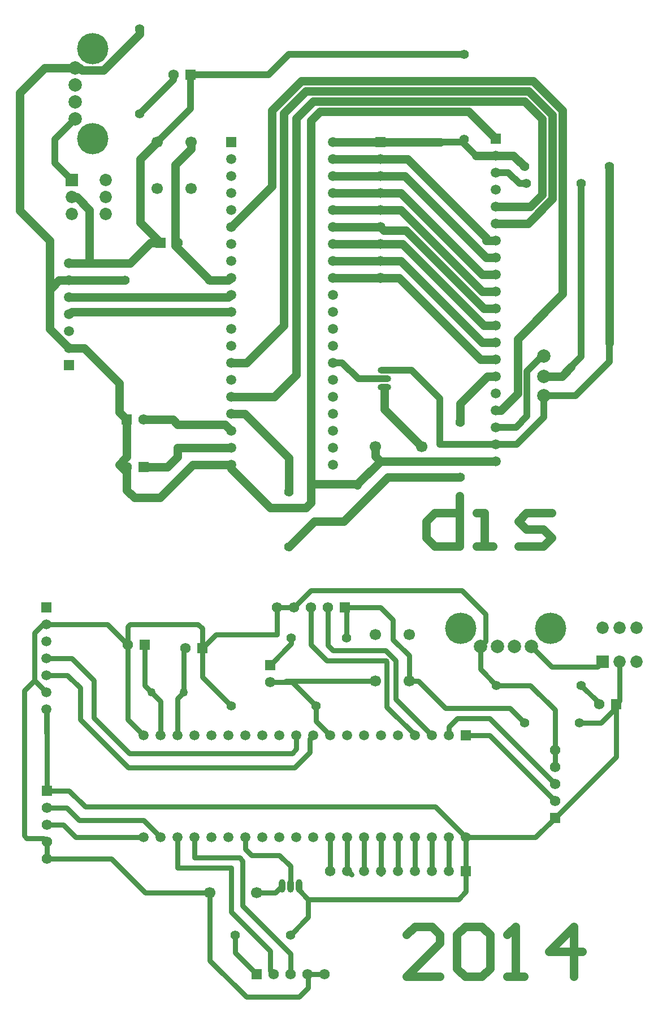
<source format=gbl>
%FSLAX44Y44*%
%MOMM*%
G71*
G01*
G75*
%ADD10C,1.2700*%
%ADD11C,1.0160*%
%ADD12C,0.7620*%
%ADD13C,1.2540*%
%ADD14C,1.4000*%
%ADD15R,1.5000X1.5000*%
%ADD16C,1.5000*%
%ADD17C,1.2700*%
%ADD18C,4.6748*%
%ADD19C,2.0000*%
%ADD20C,1.8500*%
%ADD21R,1.8500X1.8500*%
%ADD22O,2.0000X1.0000*%
%ADD23O,2.0000X1.0000*%
%ADD24C,1.7000*%
%ADD25R,1.5748X1.5748*%
%ADD26C,1.5748*%
%ADD27O,1.0000X2.0000*%
%ADD28O,1.0000X2.0000*%
D10*
X1404620Y1610360D02*
Y1865630D01*
Y1601507D02*
Y1610360D01*
X1267460Y1526540D02*
Y1607820D01*
X1242060Y1501140D02*
X1267460Y1526540D01*
Y1607820D02*
X1334770Y1675130D01*
X1234440Y1501140D02*
X1242060D01*
X1261110Y1882140D02*
X1277620Y1865630D01*
X1234440Y1882140D02*
X1261110D01*
X838200Y1775460D02*
X899160Y1836420D01*
Y1949450D01*
X943610Y1993900D01*
X1290283D01*
X1334770Y1949413D01*
Y1675130D02*
Y1949413D01*
X599440Y1819910D02*
X607060D01*
X626110Y1800860D01*
Y1720850D02*
Y1800860D01*
Y1720850D02*
X687070D01*
X595630D02*
X626110D01*
X595630Y1695450D02*
X679450D01*
X580390D02*
X595630D01*
X558800Y2012950D02*
X604520D01*
X521970Y1976120D02*
X558800Y2012950D01*
X521970Y1799590D02*
Y1976120D01*
Y1799590D02*
X566420Y1755140D01*
Y1681480D02*
Y1755140D01*
X647094Y2009896D02*
X701040Y2063842D01*
Y2071370D01*
X614772Y2009896D02*
X647094D01*
X611718Y2012950D02*
X614772Y2009896D01*
X604520Y2012950D02*
X611718D01*
X1205230Y1882140D02*
X1234440D01*
Y1780540D02*
X1282700D01*
X1319530Y1817370D01*
Y1943100D01*
X1283970Y1978660D02*
X1319530Y1943100D01*
X949923Y1978660D02*
X1283970D01*
X916940Y1945677D02*
X949923Y1978660D01*
X916940Y1628140D02*
Y1945677D01*
X861060Y1572260D02*
X916940Y1628140D01*
X838200Y1572260D02*
X861060D01*
X1193800Y1948180D02*
X1234440Y1907540D01*
X971550Y1948180D02*
X1193800D01*
X957580Y1934210D02*
X971550Y1948180D01*
X957580Y1390650D02*
Y1934210D01*
X1234440Y1805940D02*
X1286547D01*
X1304290Y1823683D01*
Y1936787D01*
X1277657Y1963420D02*
X1304290Y1936787D01*
X961390Y1963420D02*
X1277657D01*
X935990Y1938020D02*
X961390Y1963420D01*
X935990Y1554480D02*
Y1938020D01*
X902970Y1521460D02*
X935990Y1554480D01*
X838200Y1521460D02*
X902970D01*
X1220470Y1755140D02*
X1234440D01*
X1220470D02*
Y1758950D01*
X1102360Y1877060D02*
X1220470Y1758950D01*
X1061720Y1877060D02*
X1102360D01*
X1061720Y1851660D02*
X1098550D01*
X1220470Y1729740D01*
X1234440D01*
X1061720Y1826260D02*
X1092200D01*
X1214120Y1704340D01*
X1234440D01*
X1214120Y1678940D02*
X1234440D01*
X1214120D02*
X1220470D01*
X1092200Y1800860D02*
X1214120Y1678940D01*
X1061720Y1800860D02*
X1092200D01*
X1061720Y1775460D02*
X1066800Y1770380D01*
X1099820D01*
X1216660Y1653540D01*
X1234440D01*
X1216660Y1628140D02*
X1234440D01*
X1216660D02*
X1220470D01*
X1094740Y1750060D02*
X1216660Y1628140D01*
X1061720Y1750060D02*
X1094740D01*
X1061720Y1724660D02*
X1092200D01*
X1214120Y1602740D01*
X1234440D01*
X1211580Y1577340D02*
X1234440D01*
X1211580D02*
X1220470D01*
X1089660Y1699260D02*
X1211580Y1577340D01*
X1061720Y1699260D02*
X1089660D01*
X1068070Y1502410D02*
Y1534160D01*
Y1502410D02*
X1123950Y1446530D01*
X1027430Y1390650D02*
X1061720Y1424940D01*
X1054100Y1432560D02*
Y1446530D01*
Y1432560D02*
X1061720Y1424940D01*
X1234440D01*
X1306830Y1551940D02*
X1333500D01*
X1347470Y1565910D01*
X1061720Y1902460D02*
X1151890D01*
X702310Y1781810D02*
Y1877060D01*
X754380Y1747520D02*
Y1868170D01*
Y1747520D02*
X806450Y1695450D01*
X754380Y1868170D02*
X778510Y1892300D01*
Y1902460D01*
X702310Y1781810D02*
X732790Y1751330D01*
X702310Y1877060D02*
X727710Y1902460D01*
X731520Y1370330D02*
X781050Y1419860D01*
X681990Y1381760D02*
Y1416050D01*
X670560Y1419860D02*
X681990Y1431290D01*
X670560Y1419860D02*
X678180Y1412240D01*
X693420Y1370330D02*
X731520D01*
X681990Y1381760D02*
X693420Y1370330D01*
X758190Y1431290D02*
Y1445260D01*
X717550Y1751330D02*
X732790D01*
X834390Y1695450D02*
X838200Y1699260D01*
X806450Y1695450D02*
X834390D01*
X595630Y1644650D02*
X599440Y1648460D01*
X838200D01*
X834390Y1670050D02*
X838200Y1673860D01*
X595630Y1670050D02*
X834390D01*
X754380Y1747520D02*
X758190Y1751330D01*
X670560Y1498600D02*
X681990Y1487170D01*
X990600Y1699260D02*
X1061720D01*
X990600Y1724660D02*
X1061720D01*
X990600Y1750060D02*
X1061720D01*
X990600Y1775460D02*
X1061720D01*
X990600Y1800860D02*
X1061720D01*
X990600Y1826260D02*
X1061720D01*
X990600Y1851660D02*
X1061720D01*
X990600Y1877060D02*
X1061720D01*
X990600Y1902460D02*
X1061720D01*
X687070Y1720850D02*
X717550Y1751330D01*
X566420Y1623060D02*
X595630Y1593850D01*
X566420Y1623060D02*
Y1681480D01*
X580390Y1695450D01*
X595630Y1593850D02*
X618490D01*
X670560Y1541780D01*
Y1498600D02*
Y1541780D01*
X681990Y1431290D02*
Y1487170D01*
X781050Y1419860D02*
X838200D01*
X742950Y1416050D02*
X758190Y1431290D01*
X707390Y1416050D02*
X742950D01*
X758190Y1445260D02*
X838200D01*
X828770Y1480090D02*
X838200Y1470660D01*
X758190Y1480090D02*
X828770D01*
X751110Y1487170D02*
X758190Y1480090D01*
X707390Y1487170D02*
X751110D01*
X1027430Y1389380D02*
Y1390650D01*
X957580D02*
X1026160D01*
X1027430Y1389380D01*
X957580Y1362710D02*
Y1390650D01*
X949960Y1355090D02*
X957580Y1362710D01*
X896620Y1355090D02*
X949960D01*
X838200Y1413510D02*
X896620Y1355090D01*
X838200Y1413510D02*
Y1419860D01*
X1073150Y1400810D02*
X1181100D01*
X1007110Y1334770D02*
X1073150Y1400810D01*
X962660Y1334770D02*
X1007110D01*
X924560Y1296670D02*
X962660Y1334770D01*
X924560Y1379220D02*
Y1430020D01*
X858520Y1496060D02*
X924560Y1430020D01*
X838200Y1496060D02*
X858520D01*
X1181100Y1483360D02*
Y1511300D01*
X1221740Y1551940D01*
X1234440D01*
D11*
X1404620Y1573530D02*
Y1610360D01*
X1353820Y1522730D02*
X1404620Y1573530D01*
X1306830Y1522730D02*
X1353820D01*
X1281430Y1559560D02*
X1304290Y1582420D01*
X1281430Y1492250D02*
Y1559560D01*
X1304290Y1582420D02*
X1306830D01*
X1264920Y1475740D02*
X1281430Y1492250D01*
X1234440Y1475740D02*
X1264920D01*
X574040Y1870710D02*
X599440Y1845310D01*
X574040Y1870710D02*
Y1906270D01*
X604520Y1936750D01*
X701040Y1944370D02*
X751840Y1995170D01*
Y2002790D01*
X1187450Y1899920D02*
X1205230Y1882140D01*
X1187450Y1899920D02*
Y1906270D01*
X1151890Y1902460D02*
X1183640D01*
X924560Y2033270D02*
X1187450D01*
X894080Y2002790D02*
X924560Y2033270D01*
X777240Y2002790D02*
X894080D01*
X727710Y1902460D02*
X777240Y1951990D01*
Y2002790D01*
X1219200Y1450340D02*
X1234440D01*
X1219200D02*
X1220470D01*
X990600Y1572260D02*
X1004570D01*
X1028700Y1548130D01*
X1068070D01*
X1266190Y1450340D02*
X1306830Y1490980D01*
X1234440Y1450340D02*
X1266190D01*
X1306830Y1490980D02*
Y1522730D01*
X1253490Y1856740D02*
X1270000Y1840230D01*
X1280160D01*
X1234440Y1856740D02*
X1253490D01*
X1362710Y1581150D02*
Y1840230D01*
X1347470Y1565910D02*
X1362710Y1581150D01*
X1150620Y1450340D02*
X1219200D01*
X1150620D02*
Y1518920D01*
X1108710Y1560830D02*
X1150620Y1518920D01*
X1068070Y1560830D02*
X1108710D01*
D12*
X528320Y1082040D02*
X543560Y1097280D01*
X528320Y864870D02*
Y1082040D01*
Y864870D02*
X532130Y861060D01*
X557530D01*
X562610Y855980D01*
X679450Y908050D02*
X1144270D01*
X674370D02*
X679450D01*
X595630Y932180D02*
X619760Y908050D01*
X679450D01*
X562610Y932180D02*
X595630D01*
X561340Y1054100D02*
X562610Y1052830D01*
Y932180D02*
Y1052830D01*
X610870Y887730D02*
X707390D01*
X562610Y906780D02*
X591820D01*
X610870Y887730D01*
X707390D02*
X732790Y862330D01*
X562610Y881380D02*
X586740D01*
X605790Y862330D01*
X659130Y830580D02*
X709930Y779780D01*
X562610Y830580D02*
X659130D01*
X562610D02*
Y855980D01*
X844550Y689610D02*
X876300Y657860D01*
X844550Y689610D02*
Y716280D01*
X953770Y742950D02*
Y769620D01*
X927100Y716280D02*
X953770Y742950D01*
X806450Y678180D02*
X861060Y623570D01*
X806450Y678180D02*
Y779780D01*
X953770Y637540D02*
Y657860D01*
X939800Y623570D02*
X953770Y637540D01*
X861060Y623570D02*
X939800D01*
X1159510Y1055370D02*
X1256030D01*
X1118870Y1096010D02*
X1159510Y1055370D01*
X1104900Y1096010D02*
X1118870D01*
X1256030Y1055370D02*
X1277620Y1033780D01*
X1391920D02*
X1414780Y1056640D01*
Y1061720D01*
Y982980D02*
Y1056640D01*
X1360170Y1033780D02*
X1391920D01*
X1225550Y1014730D02*
X1323340Y916940D01*
X1189990Y1014730D02*
X1225550D01*
X1323340Y967740D02*
Y1052830D01*
X1286510Y1089660D02*
X1323340Y1052830D01*
X1235710Y1089660D02*
X1286510D01*
X1389380Y1061720D02*
Y1062990D01*
X1362710Y1089660D02*
X1389380Y1062990D01*
X1211580Y1113790D02*
Y1148080D01*
Y1113790D02*
X1235710Y1089660D01*
X1362710Y1088390D02*
Y1089660D01*
X1008380Y1206500D02*
X1010920Y1203960D01*
Y1160780D02*
Y1203960D01*
X896620Y1120140D02*
X928370Y1151890D01*
Y1160780D01*
X953770Y657860D02*
X977900D01*
X952500D02*
X953770D01*
X904240Y779780D02*
X914400Y789940D01*
X876300Y779780D02*
X904240D01*
X859790Y844550D02*
Y862330D01*
Y844550D02*
X868680Y835660D01*
X910590D01*
X927100Y819150D01*
Y789940D02*
Y819150D01*
X1189990Y781050D02*
Y811530D01*
X1178560Y769620D02*
X1189990Y781050D01*
X953770Y769620D02*
X1178560D01*
X939800Y783590D02*
X953770Y769620D01*
X939800Y783590D02*
Y789940D01*
X709930Y779780D02*
X806450D01*
X1144270Y908050D02*
X1189990Y862330D01*
X838200Y750570D02*
Y816610D01*
X758190D02*
X838200D01*
X758190D02*
Y862330D01*
X838200Y750570D02*
X896620Y692150D01*
Y662940D02*
X901700Y657860D01*
X896620Y662940D02*
Y692150D01*
X855240Y760200D02*
X927100Y688340D01*
X855240Y760200D02*
Y827510D01*
X927100Y657860D02*
Y688340D01*
X850900Y831850D02*
X855240Y827510D01*
X783590Y831850D02*
X850900D01*
X783590D02*
Y862330D01*
X561340Y1018540D02*
Y1054100D01*
X556260Y1181100D02*
X561340D01*
X543560Y1168400D02*
X556260Y1181100D01*
X543560Y1097280D02*
Y1168400D01*
Y1097280D02*
X561340Y1079500D01*
Y1181100D02*
X652780D01*
X683260Y1150620D01*
Y1038860D02*
Y1150620D01*
Y1038860D02*
X707390Y1014730D01*
X935990Y994410D02*
Y1014730D01*
X929640Y988060D02*
X935990Y994410D01*
X685800Y988060D02*
X929640D01*
X632460Y1041400D02*
X685800Y988060D01*
X632460Y1041400D02*
Y1097280D01*
X599440Y1130300D02*
X632460Y1097280D01*
X561340Y1130300D02*
X599440D01*
X561340Y1104900D02*
X593090D01*
X612140Y1085850D01*
Y1038860D02*
Y1085850D01*
Y1038860D02*
X684530Y966470D01*
X933450D01*
X956310Y989330D01*
Y1009650D01*
X961390Y1014730D01*
X1189990Y811530D02*
Y862330D01*
X1164590Y811530D02*
Y862330D01*
X1139190Y811530D02*
Y862330D01*
X1113790Y811530D02*
Y862330D01*
X1062990Y807720D02*
Y821690D01*
X1088390Y811530D02*
Y862330D01*
X1062990Y821690D02*
Y862330D01*
X1037590Y811530D02*
Y862330D01*
X1012190Y812800D02*
X1018540Y806450D01*
X1012190Y812800D02*
Y862330D01*
X986790Y811530D02*
Y862330D01*
X932180Y1206500D02*
X957580Y1231900D01*
X1183640D01*
X1219200Y1196340D01*
Y1155700D02*
Y1196340D01*
X1211580Y1148080D02*
X1219200Y1155700D01*
X1189990Y862330D02*
X1294130D01*
X1323340Y891540D01*
X1414780Y982980D01*
X1209040Y1145540D02*
X1211580Y1148080D01*
X1414780Y1061720D02*
X1419860Y1066800D01*
Y1125220D01*
X1386840Y1117600D02*
X1394460Y1125220D01*
X1318260Y1117600D02*
X1386840D01*
X1287780Y1148080D02*
X1318260Y1117600D01*
X1164590Y1014730D02*
Y1027430D01*
X1177290Y1040130D01*
X1225550D01*
X1323340Y942340D01*
X1134110Y1019810D02*
X1139190Y1014730D01*
X1084580Y1069340D02*
X1131570Y1022350D01*
X1134110Y1019810D01*
X1084580Y1069340D02*
Y1126498D01*
X1069348Y1141730D02*
X1084580Y1126498D01*
X990600Y1141730D02*
X1069348D01*
X982980Y1149350D02*
X990600Y1141730D01*
X982980Y1149350D02*
Y1206500D01*
X1104900Y1096010D02*
Y1134110D01*
X1080770Y1158240D02*
X1104900Y1134110D01*
X1080770Y1158240D02*
Y1187450D01*
X1061720Y1206500D02*
X1080770Y1187450D01*
X1008380Y1206500D02*
X1061720D01*
X919480Y1094740D02*
X920750Y1096010D01*
X919480Y1094740D02*
X929640D01*
X896620D02*
X919480D01*
X920750Y1096010D02*
X1054100D01*
X906780Y1165860D02*
Y1206500D01*
X932180D01*
X1070220Y1126490D02*
X1071681Y1125029D01*
Y1057711D02*
Y1125029D01*
Y1057711D02*
X1113790Y1015602D01*
X981710Y1126490D02*
X1070220D01*
X1113790Y1014730D02*
Y1015602D01*
X957580Y1150620D02*
X981710Y1126490D01*
X957580Y1150620D02*
Y1206500D01*
X929640Y1094740D02*
X965200Y1059180D01*
Y1036320D02*
X986790Y1014730D01*
X965200Y1036320D02*
Y1059180D01*
X795020Y1102360D02*
X838200Y1059180D01*
X795020Y1102360D02*
Y1145540D01*
X767620Y1143540D02*
X769620Y1145540D01*
X767620Y1079500D02*
Y1143540D01*
X758190Y1070070D02*
X767620Y1079500D01*
X758190Y1014730D02*
Y1070070D01*
X708660Y1089660D02*
X718820Y1079500D01*
X732790Y1065530D01*
Y1014730D02*
Y1065530D01*
X708660Y1089660D02*
Y1150620D01*
X683260D02*
Y1177290D01*
X687070Y1181100D01*
X788670D01*
X795020Y1174750D01*
Y1145540D02*
Y1174750D01*
Y1145540D02*
X815340Y1165860D01*
X906780D01*
X605790Y862330D02*
X707390D01*
D13*
X1180444Y1373156D02*
Y1297940D01*
X1142836D01*
X1130300Y1310476D01*
Y1335548D01*
X1142836Y1348084D01*
X1180444D01*
X1205516Y1297940D02*
X1230588D01*
X1218052D01*
Y1348084D01*
X1205516D01*
X1268195Y1297940D02*
X1305803D01*
X1318339Y1310476D01*
X1305803Y1323012D01*
X1280731D01*
X1268195Y1335548D01*
X1280731Y1348084D01*
X1318339D01*
X1151234Y654050D02*
X1101090D01*
X1151234Y704194D01*
Y716730D01*
X1138698Y729266D01*
X1113626D01*
X1101090Y716730D01*
X1176306D02*
X1188842Y729266D01*
X1213913D01*
X1226450Y716730D01*
Y666586D01*
X1213913Y654050D01*
X1188842D01*
X1176306Y666586D01*
Y716730D01*
X1251521Y654050D02*
X1276593D01*
X1264057D01*
Y729266D01*
X1251521Y716730D01*
X1351809Y654050D02*
Y729266D01*
X1314201Y691658D01*
X1364345D01*
D14*
X1277620Y1865630D02*
D03*
X1404620D02*
D03*
X1187450Y2033270D02*
D03*
Y1906270D02*
D03*
X701040Y1944370D02*
D03*
Y2071370D02*
D03*
X806450Y1695450D02*
D03*
X679450D02*
D03*
X1362710Y1840230D02*
D03*
X1280160D02*
D03*
X1181100Y1483360D02*
D03*
Y1400810D02*
D03*
X924560Y1379220D02*
D03*
Y1296670D02*
D03*
X844550Y716280D02*
D03*
X927100D02*
D03*
X1277620Y1033780D02*
D03*
X1360170D02*
D03*
X1010920Y1160780D02*
D03*
X928370D02*
D03*
X1362710Y1089660D02*
D03*
X1235710D02*
D03*
X965200Y1059180D02*
D03*
X838200D02*
D03*
D15*
X1234440Y1907540D02*
D03*
X595630Y1568450D02*
D03*
X1061720Y1902460D02*
D03*
X838200D02*
D03*
X561340Y1206500D02*
D03*
X1189990Y811530D02*
D03*
Y1014730D02*
D03*
D16*
X1234440Y1882140D02*
D03*
Y1856740D02*
D03*
Y1831340D02*
D03*
Y1805940D02*
D03*
Y1780540D02*
D03*
Y1755140D02*
D03*
Y1729740D02*
D03*
Y1704340D02*
D03*
Y1678940D02*
D03*
Y1653540D02*
D03*
Y1628140D02*
D03*
Y1602740D02*
D03*
Y1577340D02*
D03*
Y1551940D02*
D03*
Y1526540D02*
D03*
Y1501140D02*
D03*
Y1475740D02*
D03*
Y1450340D02*
D03*
Y1424940D02*
D03*
X595630Y1593850D02*
D03*
Y1619250D02*
D03*
Y1644650D02*
D03*
Y1670050D02*
D03*
Y1695450D02*
D03*
Y1720850D02*
D03*
X1061720Y1877060D02*
D03*
Y1851660D02*
D03*
Y1826260D02*
D03*
Y1800860D02*
D03*
Y1775460D02*
D03*
Y1750060D02*
D03*
Y1724660D02*
D03*
X990600Y1419860D02*
D03*
Y1445260D02*
D03*
Y1470660D02*
D03*
Y1496060D02*
D03*
Y1521460D02*
D03*
Y1546860D02*
D03*
Y1572260D02*
D03*
Y1597660D02*
D03*
Y1623060D02*
D03*
Y1648460D02*
D03*
Y1673860D02*
D03*
Y1699260D02*
D03*
Y1724660D02*
D03*
Y1750060D02*
D03*
Y1775460D02*
D03*
Y1800860D02*
D03*
Y1826260D02*
D03*
Y1851660D02*
D03*
Y1877060D02*
D03*
Y1902460D02*
D03*
X838200Y1419860D02*
D03*
Y1445260D02*
D03*
Y1470660D02*
D03*
Y1496060D02*
D03*
Y1521460D02*
D03*
Y1546860D02*
D03*
Y1572260D02*
D03*
Y1597660D02*
D03*
Y1623060D02*
D03*
Y1648460D02*
D03*
Y1673860D02*
D03*
Y1699260D02*
D03*
Y1724660D02*
D03*
Y1750060D02*
D03*
Y1775460D02*
D03*
Y1800860D02*
D03*
Y1826260D02*
D03*
Y1851660D02*
D03*
Y1877060D02*
D03*
X561340Y1181100D02*
D03*
Y1155700D02*
D03*
Y1130300D02*
D03*
Y1104900D02*
D03*
Y1079500D02*
D03*
Y1054100D02*
D03*
X1164590Y811530D02*
D03*
X1139190D02*
D03*
X1113790D02*
D03*
X1088390D02*
D03*
X1062990D02*
D03*
X1037590D02*
D03*
X1012190D02*
D03*
X707390Y862330D02*
D03*
X732790D02*
D03*
X758190D02*
D03*
X783590D02*
D03*
X808990D02*
D03*
X834390D02*
D03*
X859790D02*
D03*
X885190D02*
D03*
X910590D02*
D03*
X935990D02*
D03*
X961390D02*
D03*
X986790D02*
D03*
X1012190D02*
D03*
X1037590D02*
D03*
X1062990D02*
D03*
X1088390D02*
D03*
X1113790D02*
D03*
X1139190D02*
D03*
X1164590D02*
D03*
X1189990D02*
D03*
X707390Y1014730D02*
D03*
X732790D02*
D03*
X758190D02*
D03*
X783590D02*
D03*
X808990D02*
D03*
X834390D02*
D03*
X859790D02*
D03*
X885190D02*
D03*
X910590D02*
D03*
X935990D02*
D03*
X961390D02*
D03*
X986790D02*
D03*
X1012190D02*
D03*
X1037590D02*
D03*
X1062990D02*
D03*
X1088390D02*
D03*
X1113790D02*
D03*
X1139190D02*
D03*
X1164590D02*
D03*
D17*
X758190Y1431290D02*
D03*
Y1480090D02*
D03*
X718820Y1079500D02*
D03*
X767620D02*
D03*
D18*
X631190Y2042160D02*
D03*
Y1907540D02*
D03*
X1182370Y1174750D02*
D03*
X1316990D02*
D03*
D19*
X604520Y2012950D02*
D03*
Y1987550D02*
D03*
Y1962150D02*
D03*
Y1936750D02*
D03*
X1306830Y1551940D02*
D03*
Y1522730D02*
D03*
Y1582420D02*
D03*
X1211580Y1148080D02*
D03*
X1236980D02*
D03*
X1262380D02*
D03*
X1287780D02*
D03*
D20*
X650240Y1794510D02*
D03*
Y1819910D02*
D03*
Y1845310D02*
D03*
X599440Y1794510D02*
D03*
Y1819910D02*
D03*
X1445260Y1176020D02*
D03*
X1419860D02*
D03*
X1394460D02*
D03*
X1445260Y1125220D02*
D03*
X1419860D02*
D03*
D21*
X599440Y1845310D02*
D03*
X1394460Y1125220D02*
D03*
D22*
X1068070Y1560830D02*
D03*
Y1535430D02*
D03*
D23*
Y1548130D02*
D03*
D24*
X1123950Y1446530D02*
D03*
X1054100D02*
D03*
X778510Y1902460D02*
D03*
Y1832610D02*
D03*
X727710Y1902460D02*
D03*
Y1832610D02*
D03*
X1054100Y1096010D02*
D03*
Y1165860D02*
D03*
X1104900Y1096010D02*
D03*
Y1165860D02*
D03*
X876300Y779780D02*
D03*
X806450D02*
D03*
D25*
X777240Y2002790D02*
D03*
X707390Y1416050D02*
D03*
X681990Y1487170D02*
D03*
X732790Y1751330D02*
D03*
X1414780Y1061720D02*
D03*
X708660Y1150620D02*
D03*
X795020Y1145540D02*
D03*
X896620Y1120140D02*
D03*
X562610Y932180D02*
D03*
X876300Y657860D02*
D03*
X1008380Y1206500D02*
D03*
X1323340Y891540D02*
D03*
D26*
X751840Y2002790D02*
D03*
X1061720Y1699260D02*
D03*
X681990Y1416050D02*
D03*
X707390Y1487170D02*
D03*
X758190Y1751330D02*
D03*
X1389380Y1061720D02*
D03*
X986790Y811530D02*
D03*
X683260Y1150620D02*
D03*
X769620Y1145540D02*
D03*
X896620Y1094740D02*
D03*
X562610Y906780D02*
D03*
Y881380D02*
D03*
Y855980D02*
D03*
Y830580D02*
D03*
X901700Y657860D02*
D03*
X927100D02*
D03*
X952500D02*
D03*
X977900D02*
D03*
X982980Y1206500D02*
D03*
X957580D02*
D03*
X932180D02*
D03*
X906780D02*
D03*
X1323340Y916940D02*
D03*
Y942340D02*
D03*
Y967740D02*
D03*
Y993140D02*
D03*
D27*
X939800Y789940D02*
D03*
X914400D02*
D03*
D28*
X927100D02*
D03*
M02*

</source>
